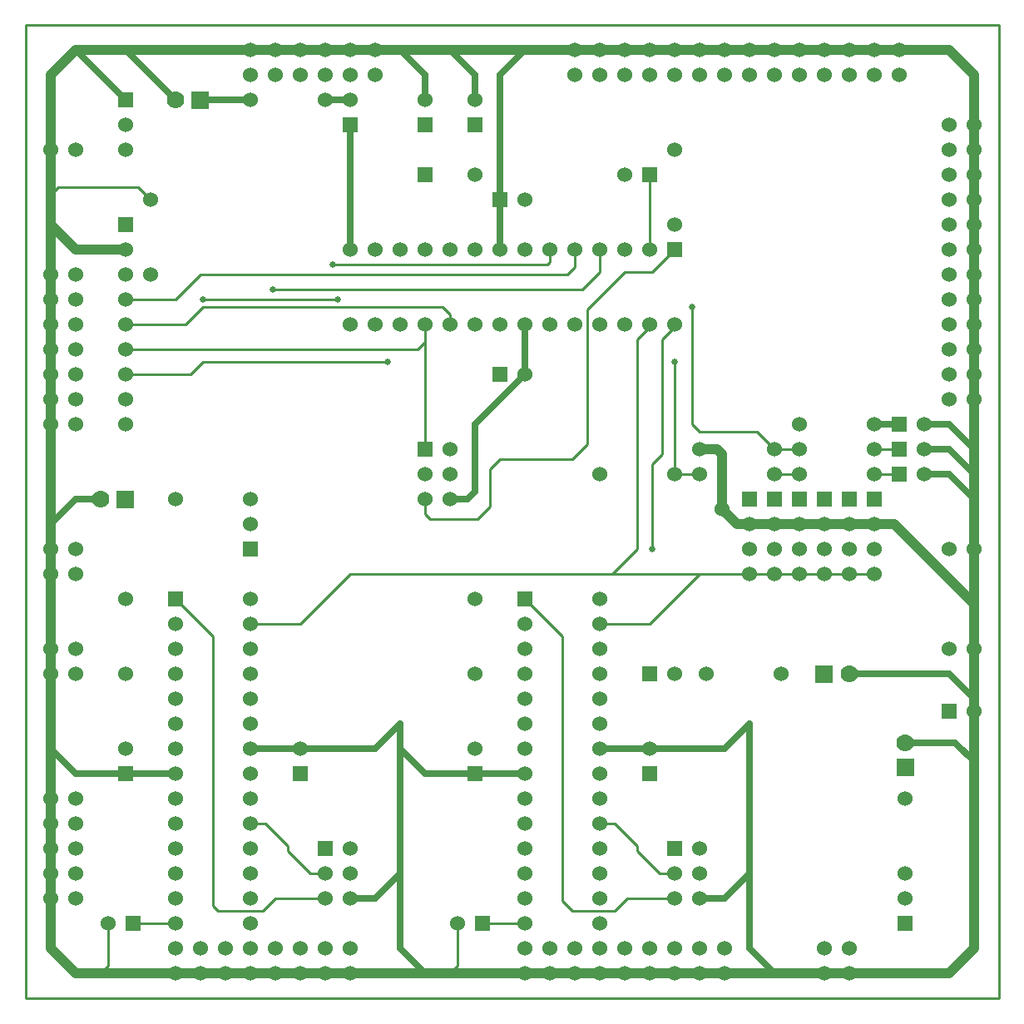
<source format=gbl>
G04 start of page 3 for group 1 idx 1 *
G04 Title: (unknown), bottom *
G04 Creator: pcb 20140316 *
G04 CreationDate: Thu 03 Aug 2017 07:13:35 PM GMT UTC *
G04 For: root *
G04 Format: Gerber/RS-274X *
G04 PCB-Dimensions (mil): 6000.00 5000.00 *
G04 PCB-Coordinate-Origin: lower left *
%MOIN*%
%FSLAX25Y25*%
%LNBOTTOM*%
%ADD34C,0.0300*%
%ADD33C,0.0280*%
%ADD32C,0.0380*%
%ADD31C,0.0350*%
%ADD30C,0.0130*%
%ADD29C,0.0260*%
%ADD28C,0.0700*%
%ADD27C,0.0600*%
%ADD26C,0.0001*%
%ADD25C,0.0400*%
%ADD24C,0.0250*%
%ADD23C,0.0100*%
G54D23*X0Y500000D02*X390000D01*
Y110000D02*X0D01*
Y500000D01*
X390000Y110000D02*Y500000D01*
G54D24*X20000Y200000D02*X10000Y210000D01*
X20000Y200000D02*X60000D01*
X30000Y310000D02*X20000D01*
X10000Y300000D01*
G54D25*Y480000D02*Y130000D01*
G54D24*X160000Y200000D02*X150000Y210000D01*
X140000D02*X150000Y220000D01*
X140000Y210000D02*X90000D01*
G54D23*Y260000D02*X110000D01*
X130000Y280000D01*
G54D24*X160000Y470000D02*Y480000D01*
X130000Y470000D02*X120028D01*
X119980Y470048D01*
X89980D02*X70048D01*
X70000Y470000D01*
G54D23*X126000Y404000D02*X123000D01*
G54D24*X130000Y410000D02*Y460000D01*
G54D23*X160000Y330000D02*Y380000D01*
Y310000D02*Y304000D01*
X162000Y302000D01*
G54D24*X170000Y310000D02*X177000D01*
G54D23*X115000Y150000D02*X100000D01*
X95000Y145000D01*
X77000D01*
X75000Y147000D01*
Y255000D01*
X40000Y270000D02*Y269000D01*
X50000Y430000D02*X45000Y435000D01*
X60000Y390000D02*X40000D01*
X64000Y380000D02*X40000D01*
G54D25*Y410000D02*X20000D01*
X10000Y420000D01*
G54D23*X45000Y435000D02*X13000D01*
X10000Y432000D01*
X75000Y255000D02*X60000Y270000D01*
X120000Y160000D02*X114000D01*
X105000Y169000D01*
X120000Y150000D02*X114000D01*
X33000Y140000D02*Y123000D01*
X30000Y120000D01*
G54D25*X10000Y130000D02*X20000Y120000D01*
X33000D01*
G54D23*X90000Y180000D02*X96000D01*
X105000Y169000D02*Y171000D01*
X96000Y180000D01*
G54D24*X150000Y130000D02*X160000Y120000D01*
G54D23*X43000Y140000D02*X60000D01*
X241000Y150000D02*X236000Y145000D01*
X219000D01*
X215000Y149000D01*
G54D25*X370000Y120000D02*X30000D01*
G54D24*X130000Y150000D02*X140000D01*
X150000Y160000D01*
X160000Y200000D02*X200000D01*
X150000Y130000D02*Y220000D01*
G54D23*X183000Y140000D02*X200000D01*
X173000D02*Y123000D01*
X170000Y120000D01*
X260000Y160000D02*X254000D01*
X245000Y169000D02*X254000Y160000D01*
X241000Y150000D02*X260000D01*
X230000Y180000D02*X236000D01*
X245000Y171000D01*
Y169000D01*
G54D24*X280000Y210000D02*X230000D01*
X270000Y150000D02*X280000D01*
X290000Y130000D02*X300000Y120000D01*
G54D25*X370000D02*X380000Y130000D01*
G54D24*X280000Y150000D02*X290000Y160000D01*
X280000Y210000D02*X290000Y220000D01*
Y130000D02*Y220000D01*
X352500Y212500D02*X372500D01*
X380000Y205000D01*
G54D23*X180000Y270000D02*X178000D01*
X230000Y260000D02*X250000D01*
X270000Y280000D01*
X245000Y290000D02*X235000Y280000D01*
X130000D02*X340000D01*
G54D24*X360000Y320000D02*X370000D01*
X380000Y310000D01*
X370000Y330000D02*X380000Y320000D01*
G54D25*Y130000D02*Y480000D01*
G54D24*X370000Y240000D02*X380000Y230000D01*
X360000Y330000D02*X370000D01*
X360000Y340000D02*X370000D01*
X380000Y330000D01*
G54D25*X348000Y300000D02*X380000Y268000D01*
G54D24*X330000Y240000D02*X370000D01*
G54D23*X157000Y370000D02*X160000Y373000D01*
Y380000D01*
G54D24*X190000Y410000D02*Y480000D01*
G54D23*X209000Y404000D02*X198000D01*
X250000Y380000D02*Y379000D01*
X260000Y380000D02*Y379000D01*
X255000Y374000D01*
X340028Y330083D02*X349917D01*
X350000Y330000D01*
X340000Y320000D02*X350000D01*
G54D25*X348000Y300000D02*X285000D01*
X279000Y306000D01*
Y328000D01*
G54D23*X300031Y330031D02*X299969D01*
X293000Y337000D01*
X270000D01*
X267000Y340000D02*Y387000D01*
G54D24*X350000Y340000D02*X340000D01*
G54D25*X279000Y328000D02*X277000Y330000D01*
X270049D01*
G54D23*X250000Y379000D02*X245000Y374000D01*
X250000Y410000D02*Y440000D01*
X309976Y330031D02*X310028Y330083D01*
X300018Y330031D02*X309976D01*
X300000Y320000D02*X310000D01*
G54D24*X270049Y330000D02*X270018Y330031D01*
G54D23*X260000Y320000D02*X270000D01*
X255000Y374000D02*Y328000D01*
X251000Y324000D01*
X245000Y374000D02*Y296000D01*
Y290000D02*Y298000D01*
X251000Y324000D02*Y290000D01*
X260000Y365000D02*Y320000D01*
X270000Y337000D02*X267000Y340000D01*
X260000Y410000D02*X251000Y401000D01*
X240000D01*
X220000Y403000D02*X217000Y400000D01*
X220000Y410000D02*Y403000D01*
X210000Y410000D02*Y405000D01*
X209000Y404000D01*
G54D24*X200000Y360000D02*Y380000D01*
X180000Y340000D02*X200000Y360000D01*
X177000Y310000D02*X180000Y313000D01*
G54D23*X162000Y302000D02*X181000D01*
X186000Y307000D01*
G54D24*X180000Y313000D02*Y340000D01*
G54D23*X186000Y307000D02*Y322000D01*
X219000Y326000D02*X190000D01*
X186000Y322000D01*
X215000Y255000D02*X200000Y270000D01*
X230000Y410000D02*Y401000D01*
X223000Y394000D01*
X240000Y401000D02*X225000Y386000D01*
Y332000D01*
X219000Y326000D01*
X215000Y149000D02*Y255000D01*
G54D25*X370000Y490000D02*X380000Y480000D01*
G54D23*X217000Y400000D02*X70000D01*
X60000Y390000D01*
X167000Y387000D02*X71000D01*
X125000Y390000D02*X71000D01*
X200000Y404000D02*X125000D01*
X71000Y387000D02*X64000Y380000D01*
X71000Y365000D02*X66000Y360000D01*
X40000Y370000D02*X157000D01*
X145000Y365000D02*X71000D01*
X66000Y360000D02*X40000D01*
X170000Y380000D02*Y384000D01*
X167000Y387000D01*
X223000Y394000D02*X99000D01*
G54D25*X20000Y490000D02*X10000Y480000D01*
G54D24*X60000Y470000D02*X40000Y490000D01*
Y470000D02*X20000Y490000D01*
G54D25*X370000D01*
G54D24*X160000Y480000D02*X150000Y490000D01*
X180000Y470000D02*Y480000D01*
X170000Y490000D01*
X190000Y480000D02*X200000Y490000D01*
G54D26*G36*
X37000Y423000D02*Y417000D01*
X43000D01*
Y423000D01*
X37000D01*
G37*
G54D27*X40000Y410000D03*
Y400000D03*
Y390000D03*
G54D26*G36*
X37000Y473000D02*Y467000D01*
X43000D01*
Y473000D01*
X37000D01*
G37*
G54D27*X40000Y460000D03*
Y450000D03*
X20000D03*
X10000D03*
X40000Y350000D03*
Y340000D03*
G54D26*G36*
X36500Y313500D02*Y306500D01*
X43500D01*
Y313500D01*
X36500D01*
G37*
G54D28*X30000Y310000D03*
G54D27*X20000Y280000D03*
Y250000D03*
Y240000D03*
X10000Y280000D03*
Y250000D03*
Y240000D03*
Y290000D03*
X20000D03*
X50000Y400000D03*
Y430000D03*
G54D26*G36*
X127000Y463000D02*Y457000D01*
X133000D01*
Y463000D01*
X127000D01*
G37*
G54D27*X130000Y470000D03*
X119980Y470048D03*
X89980D03*
G54D26*G36*
X66500Y473500D02*Y466500D01*
X73500D01*
Y473500D01*
X66500D01*
G37*
G54D28*X60000Y470000D03*
G54D27*X130000Y490000D03*
Y480000D03*
X120000D03*
Y490000D03*
X140000Y480000D03*
Y490000D03*
X110000D03*
Y480000D03*
X100000D03*
Y490000D03*
X90000D03*
Y480000D03*
X40000Y380000D03*
Y370000D03*
Y360000D03*
X20000Y350000D03*
Y360000D03*
Y370000D03*
Y340000D03*
X10000Y350000D03*
Y340000D03*
Y360000D03*
Y370000D03*
Y380000D03*
Y390000D03*
Y400000D03*
X20000Y380000D03*
Y390000D03*
Y400000D03*
G54D26*G36*
X257000Y173000D02*Y167000D01*
X263000D01*
Y173000D01*
X257000D01*
G37*
G54D27*X230000Y170000D03*
X270000D03*
X260000Y160000D03*
Y150000D03*
X230000D03*
Y160000D03*
G54D26*G36*
X247000Y203000D02*Y197000D01*
X253000D01*
Y203000D01*
X247000D01*
G37*
G54D27*X250000Y210000D03*
G54D26*G36*
X247000Y243000D02*Y237000D01*
X253000D01*
Y243000D01*
X247000D01*
G37*
G54D27*X260000Y240000D03*
X272763Y240180D03*
X200000Y170000D03*
X352500Y160000D03*
Y150000D03*
G54D26*G36*
X317000Y313000D02*Y307000D01*
X323000D01*
Y313000D01*
X317000D01*
G37*
G36*
X307000D02*Y307000D01*
X313000D01*
Y313000D01*
X307000D01*
G37*
G36*
X337000D02*Y307000D01*
X343000D01*
Y313000D01*
X337000D01*
G37*
G54D27*X310000Y290000D03*
Y280000D03*
G54D26*G36*
X297000Y313000D02*Y307000D01*
X303000D01*
Y313000D01*
X297000D01*
G37*
G54D27*X300000Y300000D03*
G54D26*G36*
X287000Y313000D02*Y307000D01*
X293000D01*
Y313000D01*
X287000D01*
G37*
G54D27*X290000Y300000D03*
X320000D03*
X310000D03*
X330000D03*
X340000D03*
Y290000D03*
Y280000D03*
X300000Y290000D03*
Y280000D03*
X290000Y290000D03*
Y280000D03*
G54D26*G36*
X327000Y313000D02*Y307000D01*
X333000D01*
Y313000D01*
X327000D01*
G37*
G54D27*X330000Y290000D03*
Y280000D03*
X230000Y220000D03*
Y230000D03*
Y240000D03*
Y250000D03*
Y260000D03*
Y270000D03*
Y180000D03*
Y190000D03*
Y200000D03*
Y210000D03*
X320000Y290000D03*
Y280000D03*
X370000Y290000D03*
X380000D03*
X302763Y240180D03*
G54D26*G36*
X316500Y243500D02*Y236500D01*
X323500D01*
Y243500D01*
X316500D01*
G37*
G54D28*X330000Y240000D03*
G54D27*X370000Y250000D03*
X380000D03*
X352500Y190000D03*
G54D26*G36*
X349000Y206000D02*Y199000D01*
X356000D01*
Y206000D01*
X349000D01*
G37*
G54D28*X352500Y212500D03*
G54D26*G36*
X367000Y228000D02*Y222000D01*
X373000D01*
Y228000D01*
X367000D01*
G37*
G54D27*X380000Y225000D03*
X260000Y420000D03*
G54D26*G36*
X257000Y413000D02*Y407000D01*
X263000D01*
Y413000D01*
X257000D01*
G37*
G54D27*X250000Y410000D03*
X240000D03*
X230000D03*
X220000D03*
X210000D03*
X200000D03*
X190000D03*
X180000D03*
X170000D03*
X160000D03*
Y380000D03*
X170000D03*
X180000D03*
X190000D03*
X200000D03*
X210000D03*
X220000D03*
X230000D03*
X150000Y410000D03*
X140000D03*
X130000D03*
X140000Y380000D03*
X150000D03*
X250000D03*
X130000D03*
G54D26*G36*
X347000Y323000D02*Y317000D01*
X353000D01*
Y323000D01*
X347000D01*
G37*
G54D27*X360000Y320000D03*
X340000D03*
X310000D03*
X300000D03*
X270000D03*
G54D26*G36*
X347000Y333000D02*Y327000D01*
X353000D01*
Y333000D01*
X347000D01*
G37*
G36*
Y343000D02*Y337000D01*
X353000D01*
Y343000D01*
X347000D01*
G37*
G54D27*X360000Y330000D03*
Y340000D03*
X370000Y350000D03*
X380000D03*
X340028Y330083D03*
X340000Y340000D03*
X310028Y330083D03*
X310000Y340000D03*
X300018Y330031D03*
X270018D03*
X370000Y400000D03*
X380000D03*
Y410000D03*
X370000D03*
Y390000D03*
X380000D03*
X370000Y380000D03*
Y370000D03*
Y360000D03*
X380000D03*
Y370000D03*
Y380000D03*
X370000Y420000D03*
X380000D03*
Y430000D03*
X370000D03*
Y440000D03*
Y450000D03*
Y460000D03*
X380000Y440000D03*
Y450000D03*
Y460000D03*
X350000Y480000D03*
Y490000D03*
X340000D03*
Y480000D03*
X330000Y490000D03*
X320000D03*
X310000D03*
X330000Y480000D03*
X320000D03*
X310000D03*
X300000D03*
X290000D03*
X280000D03*
X300000Y490000D03*
X290000D03*
X280000D03*
X270000Y480000D03*
X260000D03*
X250000D03*
X240000D03*
X230000D03*
X220000D03*
X270000Y490000D03*
X260000D03*
X250000D03*
X240000D03*
X230000D03*
X220000D03*
G54D26*G36*
X157000Y443000D02*Y437000D01*
X163000D01*
Y443000D01*
X157000D01*
G37*
G54D27*X180000Y440000D03*
G54D26*G36*
X157000Y463000D02*Y457000D01*
X163000D01*
Y463000D01*
X157000D01*
G37*
G36*
X177000D02*Y457000D01*
X183000D01*
Y463000D01*
X177000D01*
G37*
G54D27*X160000Y470000D03*
X180000D03*
G54D26*G36*
X187000Y433000D02*Y427000D01*
X193000D01*
Y433000D01*
X187000D01*
G37*
G54D27*X200000Y430000D03*
G54D26*G36*
X187000Y363000D02*Y357000D01*
X193000D01*
Y363000D01*
X187000D01*
G37*
G54D27*X200000Y360000D03*
X260000Y320000D03*
X230000D03*
G54D26*G36*
X157000Y333000D02*Y327000D01*
X163000D01*
Y333000D01*
X157000D01*
G37*
G54D27*X170000Y330000D03*
X160000Y320000D03*
X170000D03*
X160000Y310000D03*
X170000D03*
X90081Y309972D03*
X60081D03*
X240000Y380000D03*
X260000D03*
Y450000D03*
G54D26*G36*
X247000Y443000D02*Y437000D01*
X253000D01*
Y443000D01*
X247000D01*
G37*
G54D27*X240000Y440000D03*
G54D26*G36*
X40000Y143000D02*Y137000D01*
X46000D01*
Y143000D01*
X40000D01*
G37*
G54D27*X60000Y210000D03*
Y200000D03*
Y190000D03*
Y180000D03*
Y170000D03*
Y160000D03*
Y150000D03*
Y140000D03*
Y130000D03*
Y120000D03*
X70000Y130000D03*
Y120000D03*
X33000Y140000D03*
X60000Y220000D03*
G54D26*G36*
X37000Y203000D02*Y197000D01*
X43000D01*
Y203000D01*
X37000D01*
G37*
G54D27*X40000Y210000D03*
X20000Y190000D03*
Y180000D03*
Y170000D03*
Y160000D03*
Y150000D03*
X10000Y190000D03*
Y180000D03*
Y170000D03*
Y160000D03*
Y150000D03*
X90000D03*
Y160000D03*
Y170000D03*
Y180000D03*
Y190000D03*
Y200000D03*
Y210000D03*
G54D26*G36*
X107000Y203000D02*Y197000D01*
X113000D01*
Y203000D01*
X107000D01*
G37*
G54D27*X110000Y210000D03*
X90000Y220000D03*
Y230000D03*
Y240000D03*
Y250000D03*
Y260000D03*
Y270000D03*
G54D26*G36*
X87000Y293000D02*Y287000D01*
X93000D01*
Y293000D01*
X87000D01*
G37*
G54D27*X90000Y300000D03*
G54D26*G36*
X57000Y273000D02*Y267000D01*
X63000D01*
Y273000D01*
X57000D01*
G37*
G54D27*X60000Y260000D03*
Y250000D03*
Y240000D03*
Y230000D03*
X40000Y240000D03*
Y270000D03*
G54D26*G36*
X117000Y173000D02*Y167000D01*
X123000D01*
Y173000D01*
X117000D01*
G37*
G54D27*X120000Y160000D03*
Y150000D03*
X130000Y170000D03*
Y160000D03*
Y150000D03*
Y130000D03*
Y120000D03*
X90000Y140000D03*
Y120000D03*
X120000Y130000D03*
Y120000D03*
X110000D03*
Y130000D03*
X100000Y120000D03*
X80000Y130000D03*
Y120000D03*
X90000Y130000D03*
X100000D03*
G54D26*G36*
X180000Y143000D02*Y137000D01*
X186000D01*
Y143000D01*
X180000D01*
G37*
G54D27*X200000Y160000D03*
Y150000D03*
Y140000D03*
X173000D03*
X230000D03*
X200000Y130000D03*
X210000D03*
X220000D03*
X230000D03*
X180000Y240000D03*
G54D26*G36*
X177000Y203000D02*Y197000D01*
X183000D01*
Y203000D01*
X177000D01*
G37*
G54D27*X180000Y210000D03*
Y270000D03*
G54D26*G36*
X197000Y273000D02*Y267000D01*
X203000D01*
Y273000D01*
X197000D01*
G37*
G54D27*X200000Y250000D03*
Y240000D03*
Y230000D03*
Y220000D03*
Y210000D03*
Y200000D03*
Y190000D03*
Y180000D03*
Y260000D03*
X270000Y160000D03*
Y150000D03*
G54D26*G36*
X349500Y143000D02*Y137000D01*
X355500D01*
Y143000D01*
X349500D01*
G37*
G54D27*X270000Y130000D03*
X280000D03*
X320000D03*
X330000D03*
X270000Y120000D03*
X280000D03*
X320000D03*
X330000D03*
X260000Y130000D03*
X250000D03*
X240000D03*
X260000Y120000D03*
X250000D03*
X240000D03*
X230000D03*
X220000D03*
X210000D03*
X200000D03*
G54D29*X251000Y290000D03*
G54D27*X279000Y306000D03*
G54D29*X260000Y365000D03*
X267000Y387000D03*
X125000Y390000D03*
X71000D03*
X145000Y365000D03*
X99000Y394000D03*
X123000Y404000D03*
G54D30*G54D31*G54D30*G54D32*G54D25*G54D32*G54D33*G54D25*G54D33*G54D32*G54D33*G54D25*G54D32*G54D25*G54D32*G54D33*G54D32*G54D33*G54D34*G54D32*G54D33*G54D32*G54D33*G54D32*G54D25*G54D33*G54D25*G54D33*G54D32*G54D33*G54D32*G54D33*G54D32*G54D25*G54D33*G54D25*G54D33*G54D34*G54D33*G54D32*G54D33*G54D32*G54D33*G54D25*G54D32*G54D33*G54D34*G54D25*G54D33*G54D34*G54D33*G54D32*G54D33*G54D32*G54D25*G54D33*G54D25*G54D32*G54D33*G54D32*G54D33*G54D25*G54D33*G54D34*G54D33*G54D32*G54D25*M02*

</source>
